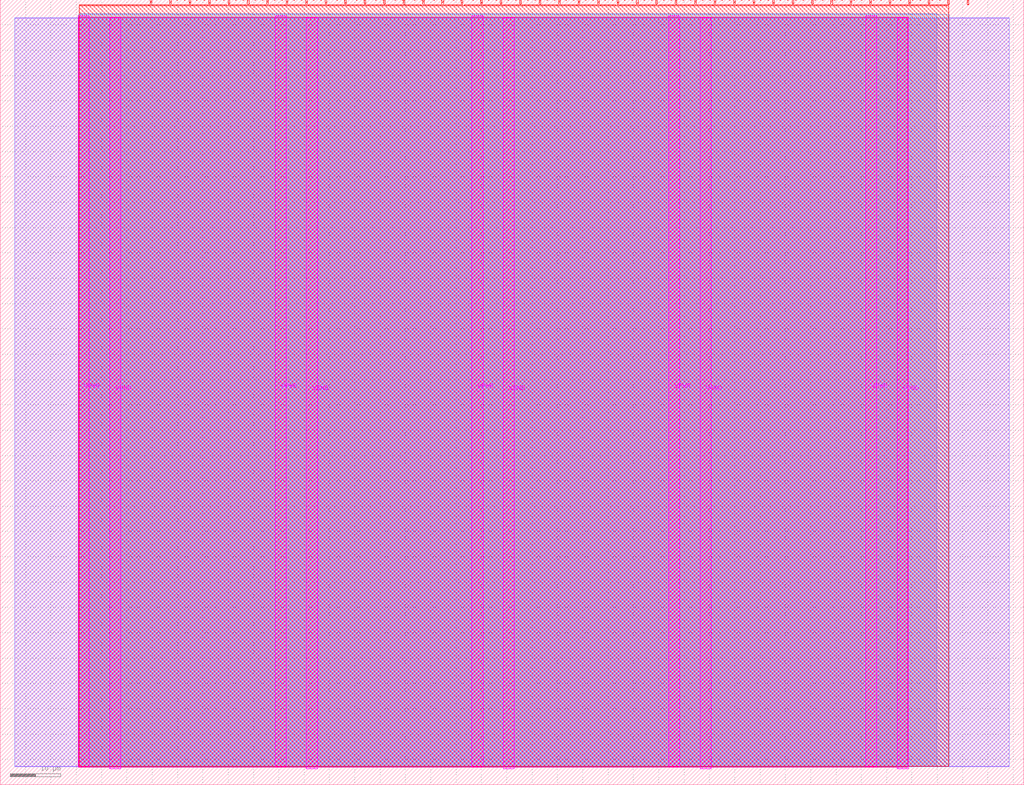
<source format=lef>
VERSION 5.7 ;
  NOWIREEXTENSIONATPIN ON ;
  DIVIDERCHAR "/" ;
  BUSBITCHARS "[]" ;
MACRO tt_um_wokwi_455291748212573185
  CLASS BLOCK ;
  FOREIGN tt_um_wokwi_455291748212573185 ;
  ORIGIN 0.000 0.000 ;
  SIZE 202.080 BY 154.980 ;
  PIN VGND
    DIRECTION INOUT ;
    USE GROUND ;
    PORT
      LAYER TopMetal1 ;
        RECT 21.580 3.150 23.780 151.420 ;
    END
    PORT
      LAYER TopMetal1 ;
        RECT 60.450 3.150 62.650 151.420 ;
    END
    PORT
      LAYER TopMetal1 ;
        RECT 99.320 3.150 101.520 151.420 ;
    END
    PORT
      LAYER TopMetal1 ;
        RECT 138.190 3.150 140.390 151.420 ;
    END
    PORT
      LAYER TopMetal1 ;
        RECT 177.060 3.150 179.260 151.420 ;
    END
  END VGND
  PIN VPWR
    DIRECTION INOUT ;
    USE POWER ;
    PORT
      LAYER TopMetal1 ;
        RECT 15.380 3.560 17.580 151.830 ;
    END
    PORT
      LAYER TopMetal1 ;
        RECT 54.250 3.560 56.450 151.830 ;
    END
    PORT
      LAYER TopMetal1 ;
        RECT 93.120 3.560 95.320 151.830 ;
    END
    PORT
      LAYER TopMetal1 ;
        RECT 131.990 3.560 134.190 151.830 ;
    END
    PORT
      LAYER TopMetal1 ;
        RECT 170.860 3.560 173.060 151.830 ;
    END
  END VPWR
  PIN clk
    DIRECTION INPUT ;
    USE SIGNAL ;
    ANTENNAGATEAREA 1.450800 ;
    PORT
      LAYER Metal4 ;
        RECT 187.050 153.980 187.350 154.980 ;
    END
  END clk
  PIN ena
    DIRECTION INPUT ;
    USE SIGNAL ;
    PORT
      LAYER Metal4 ;
        RECT 190.890 153.980 191.190 154.980 ;
    END
  END ena
  PIN rst_n
    DIRECTION INPUT ;
    USE SIGNAL ;
    ANTENNAGATEAREA 0.180700 ;
    PORT
      LAYER Metal4 ;
        RECT 183.210 153.980 183.510 154.980 ;
    END
  END rst_n
  PIN ui_in[0]
    DIRECTION INPUT ;
    USE SIGNAL ;
    ANTENNAGATEAREA 0.180700 ;
    PORT
      LAYER Metal4 ;
        RECT 179.370 153.980 179.670 154.980 ;
    END
  END ui_in[0]
  PIN ui_in[1]
    DIRECTION INPUT ;
    USE SIGNAL ;
    PORT
      LAYER Metal4 ;
        RECT 175.530 153.980 175.830 154.980 ;
    END
  END ui_in[1]
  PIN ui_in[2]
    DIRECTION INPUT ;
    USE SIGNAL ;
    PORT
      LAYER Metal4 ;
        RECT 171.690 153.980 171.990 154.980 ;
    END
  END ui_in[2]
  PIN ui_in[3]
    DIRECTION INPUT ;
    USE SIGNAL ;
    PORT
      LAYER Metal4 ;
        RECT 167.850 153.980 168.150 154.980 ;
    END
  END ui_in[3]
  PIN ui_in[4]
    DIRECTION INPUT ;
    USE SIGNAL ;
    PORT
      LAYER Metal4 ;
        RECT 164.010 153.980 164.310 154.980 ;
    END
  END ui_in[4]
  PIN ui_in[5]
    DIRECTION INPUT ;
    USE SIGNAL ;
    PORT
      LAYER Metal4 ;
        RECT 160.170 153.980 160.470 154.980 ;
    END
  END ui_in[5]
  PIN ui_in[6]
    DIRECTION INPUT ;
    USE SIGNAL ;
    PORT
      LAYER Metal4 ;
        RECT 156.330 153.980 156.630 154.980 ;
    END
  END ui_in[6]
  PIN ui_in[7]
    DIRECTION INPUT ;
    USE SIGNAL ;
    PORT
      LAYER Metal4 ;
        RECT 152.490 153.980 152.790 154.980 ;
    END
  END ui_in[7]
  PIN uio_in[0]
    DIRECTION INPUT ;
    USE SIGNAL ;
    PORT
      LAYER Metal4 ;
        RECT 148.650 153.980 148.950 154.980 ;
    END
  END uio_in[0]
  PIN uio_in[1]
    DIRECTION INPUT ;
    USE SIGNAL ;
    PORT
      LAYER Metal4 ;
        RECT 144.810 153.980 145.110 154.980 ;
    END
  END uio_in[1]
  PIN uio_in[2]
    DIRECTION INPUT ;
    USE SIGNAL ;
    PORT
      LAYER Metal4 ;
        RECT 140.970 153.980 141.270 154.980 ;
    END
  END uio_in[2]
  PIN uio_in[3]
    DIRECTION INPUT ;
    USE SIGNAL ;
    PORT
      LAYER Metal4 ;
        RECT 137.130 153.980 137.430 154.980 ;
    END
  END uio_in[3]
  PIN uio_in[4]
    DIRECTION INPUT ;
    USE SIGNAL ;
    PORT
      LAYER Metal4 ;
        RECT 133.290 153.980 133.590 154.980 ;
    END
  END uio_in[4]
  PIN uio_in[5]
    DIRECTION INPUT ;
    USE SIGNAL ;
    PORT
      LAYER Metal4 ;
        RECT 129.450 153.980 129.750 154.980 ;
    END
  END uio_in[5]
  PIN uio_in[6]
    DIRECTION INPUT ;
    USE SIGNAL ;
    PORT
      LAYER Metal4 ;
        RECT 125.610 153.980 125.910 154.980 ;
    END
  END uio_in[6]
  PIN uio_in[7]
    DIRECTION INPUT ;
    USE SIGNAL ;
    PORT
      LAYER Metal4 ;
        RECT 121.770 153.980 122.070 154.980 ;
    END
  END uio_in[7]
  PIN uio_oe[0]
    DIRECTION OUTPUT ;
    USE SIGNAL ;
    ANTENNADIFFAREA 0.299200 ;
    PORT
      LAYER Metal4 ;
        RECT 56.490 153.980 56.790 154.980 ;
    END
  END uio_oe[0]
  PIN uio_oe[1]
    DIRECTION OUTPUT ;
    USE SIGNAL ;
    ANTENNADIFFAREA 0.299200 ;
    PORT
      LAYER Metal4 ;
        RECT 52.650 153.980 52.950 154.980 ;
    END
  END uio_oe[1]
  PIN uio_oe[2]
    DIRECTION OUTPUT ;
    USE SIGNAL ;
    ANTENNADIFFAREA 0.299200 ;
    PORT
      LAYER Metal4 ;
        RECT 48.810 153.980 49.110 154.980 ;
    END
  END uio_oe[2]
  PIN uio_oe[3]
    DIRECTION OUTPUT ;
    USE SIGNAL ;
    ANTENNADIFFAREA 0.299200 ;
    PORT
      LAYER Metal4 ;
        RECT 44.970 153.980 45.270 154.980 ;
    END
  END uio_oe[3]
  PIN uio_oe[4]
    DIRECTION OUTPUT ;
    USE SIGNAL ;
    ANTENNADIFFAREA 0.299200 ;
    PORT
      LAYER Metal4 ;
        RECT 41.130 153.980 41.430 154.980 ;
    END
  END uio_oe[4]
  PIN uio_oe[5]
    DIRECTION OUTPUT ;
    USE SIGNAL ;
    ANTENNADIFFAREA 0.299200 ;
    PORT
      LAYER Metal4 ;
        RECT 37.290 153.980 37.590 154.980 ;
    END
  END uio_oe[5]
  PIN uio_oe[6]
    DIRECTION OUTPUT ;
    USE SIGNAL ;
    ANTENNADIFFAREA 0.299200 ;
    PORT
      LAYER Metal4 ;
        RECT 33.450 153.980 33.750 154.980 ;
    END
  END uio_oe[6]
  PIN uio_oe[7]
    DIRECTION OUTPUT ;
    USE SIGNAL ;
    ANTENNADIFFAREA 0.299200 ;
    PORT
      LAYER Metal4 ;
        RECT 29.610 153.980 29.910 154.980 ;
    END
  END uio_oe[7]
  PIN uio_out[0]
    DIRECTION OUTPUT ;
    USE SIGNAL ;
    ANTENNADIFFAREA 0.299200 ;
    PORT
      LAYER Metal4 ;
        RECT 87.210 153.980 87.510 154.980 ;
    END
  END uio_out[0]
  PIN uio_out[1]
    DIRECTION OUTPUT ;
    USE SIGNAL ;
    ANTENNADIFFAREA 0.299200 ;
    PORT
      LAYER Metal4 ;
        RECT 83.370 153.980 83.670 154.980 ;
    END
  END uio_out[1]
  PIN uio_out[2]
    DIRECTION OUTPUT ;
    USE SIGNAL ;
    ANTENNADIFFAREA 0.299200 ;
    PORT
      LAYER Metal4 ;
        RECT 79.530 153.980 79.830 154.980 ;
    END
  END uio_out[2]
  PIN uio_out[3]
    DIRECTION OUTPUT ;
    USE SIGNAL ;
    ANTENNADIFFAREA 0.299200 ;
    PORT
      LAYER Metal4 ;
        RECT 75.690 153.980 75.990 154.980 ;
    END
  END uio_out[3]
  PIN uio_out[4]
    DIRECTION OUTPUT ;
    USE SIGNAL ;
    ANTENNADIFFAREA 0.299200 ;
    PORT
      LAYER Metal4 ;
        RECT 71.850 153.980 72.150 154.980 ;
    END
  END uio_out[4]
  PIN uio_out[5]
    DIRECTION OUTPUT ;
    USE SIGNAL ;
    ANTENNADIFFAREA 0.299200 ;
    PORT
      LAYER Metal4 ;
        RECT 68.010 153.980 68.310 154.980 ;
    END
  END uio_out[5]
  PIN uio_out[6]
    DIRECTION OUTPUT ;
    USE SIGNAL ;
    ANTENNADIFFAREA 0.299200 ;
    PORT
      LAYER Metal4 ;
        RECT 64.170 153.980 64.470 154.980 ;
    END
  END uio_out[6]
  PIN uio_out[7]
    DIRECTION OUTPUT ;
    USE SIGNAL ;
    ANTENNADIFFAREA 0.299200 ;
    PORT
      LAYER Metal4 ;
        RECT 60.330 153.980 60.630 154.980 ;
    END
  END uio_out[7]
  PIN uo_out[0]
    DIRECTION OUTPUT ;
    USE SIGNAL ;
    ANTENNADIFFAREA 0.708600 ;
    PORT
      LAYER Metal4 ;
        RECT 117.930 153.980 118.230 154.980 ;
    END
  END uo_out[0]
  PIN uo_out[1]
    DIRECTION OUTPUT ;
    USE SIGNAL ;
    ANTENNADIFFAREA 0.299200 ;
    PORT
      LAYER Metal4 ;
        RECT 114.090 153.980 114.390 154.980 ;
    END
  END uo_out[1]
  PIN uo_out[2]
    DIRECTION OUTPUT ;
    USE SIGNAL ;
    ANTENNADIFFAREA 0.299200 ;
    PORT
      LAYER Metal4 ;
        RECT 110.250 153.980 110.550 154.980 ;
    END
  END uo_out[2]
  PIN uo_out[3]
    DIRECTION OUTPUT ;
    USE SIGNAL ;
    ANTENNADIFFAREA 0.299200 ;
    PORT
      LAYER Metal4 ;
        RECT 106.410 153.980 106.710 154.980 ;
    END
  END uo_out[3]
  PIN uo_out[4]
    DIRECTION OUTPUT ;
    USE SIGNAL ;
    ANTENNADIFFAREA 0.299200 ;
    PORT
      LAYER Metal4 ;
        RECT 102.570 153.980 102.870 154.980 ;
    END
  END uo_out[4]
  PIN uo_out[5]
    DIRECTION OUTPUT ;
    USE SIGNAL ;
    ANTENNADIFFAREA 0.299200 ;
    PORT
      LAYER Metal4 ;
        RECT 98.730 153.980 99.030 154.980 ;
    END
  END uo_out[5]
  PIN uo_out[6]
    DIRECTION OUTPUT ;
    USE SIGNAL ;
    ANTENNADIFFAREA 0.299200 ;
    PORT
      LAYER Metal4 ;
        RECT 94.890 153.980 95.190 154.980 ;
    END
  END uo_out[6]
  PIN uo_out[7]
    DIRECTION OUTPUT ;
    USE SIGNAL ;
    ANTENNADIFFAREA 0.708600 ;
    PORT
      LAYER Metal4 ;
        RECT 91.050 153.980 91.350 154.980 ;
    END
  END uo_out[7]
  OBS
      LAYER GatPoly ;
        RECT 2.880 3.630 199.200 151.350 ;
      LAYER Metal1 ;
        RECT 2.880 3.560 199.200 151.420 ;
      LAYER Metal2 ;
        RECT 15.560 3.635 184.905 152.185 ;
      LAYER Metal3 ;
        RECT 15.515 3.680 187.345 152.145 ;
      LAYER Metal4 ;
        RECT 15.560 153.770 29.400 153.980 ;
        RECT 30.120 153.770 33.240 153.980 ;
        RECT 33.960 153.770 37.080 153.980 ;
        RECT 37.800 153.770 40.920 153.980 ;
        RECT 41.640 153.770 44.760 153.980 ;
        RECT 45.480 153.770 48.600 153.980 ;
        RECT 49.320 153.770 52.440 153.980 ;
        RECT 53.160 153.770 56.280 153.980 ;
        RECT 57.000 153.770 60.120 153.980 ;
        RECT 60.840 153.770 63.960 153.980 ;
        RECT 64.680 153.770 67.800 153.980 ;
        RECT 68.520 153.770 71.640 153.980 ;
        RECT 72.360 153.770 75.480 153.980 ;
        RECT 76.200 153.770 79.320 153.980 ;
        RECT 80.040 153.770 83.160 153.980 ;
        RECT 83.880 153.770 87.000 153.980 ;
        RECT 87.720 153.770 90.840 153.980 ;
        RECT 91.560 153.770 94.680 153.980 ;
        RECT 95.400 153.770 98.520 153.980 ;
        RECT 99.240 153.770 102.360 153.980 ;
        RECT 103.080 153.770 106.200 153.980 ;
        RECT 106.920 153.770 110.040 153.980 ;
        RECT 110.760 153.770 113.880 153.980 ;
        RECT 114.600 153.770 117.720 153.980 ;
        RECT 118.440 153.770 121.560 153.980 ;
        RECT 122.280 153.770 125.400 153.980 ;
        RECT 126.120 153.770 129.240 153.980 ;
        RECT 129.960 153.770 133.080 153.980 ;
        RECT 133.800 153.770 136.920 153.980 ;
        RECT 137.640 153.770 140.760 153.980 ;
        RECT 141.480 153.770 144.600 153.980 ;
        RECT 145.320 153.770 148.440 153.980 ;
        RECT 149.160 153.770 152.280 153.980 ;
        RECT 153.000 153.770 156.120 153.980 ;
        RECT 156.840 153.770 159.960 153.980 ;
        RECT 160.680 153.770 163.800 153.980 ;
        RECT 164.520 153.770 167.640 153.980 ;
        RECT 168.360 153.770 171.480 153.980 ;
        RECT 172.200 153.770 175.320 153.980 ;
        RECT 176.040 153.770 179.160 153.980 ;
        RECT 179.880 153.770 183.000 153.980 ;
        RECT 183.720 153.770 186.840 153.980 ;
        RECT 15.560 3.635 187.300 153.770 ;
      LAYER Metal5 ;
        RECT 15.515 3.470 179.125 151.510 ;
  END
END tt_um_wokwi_455291748212573185
END LIBRARY


</source>
